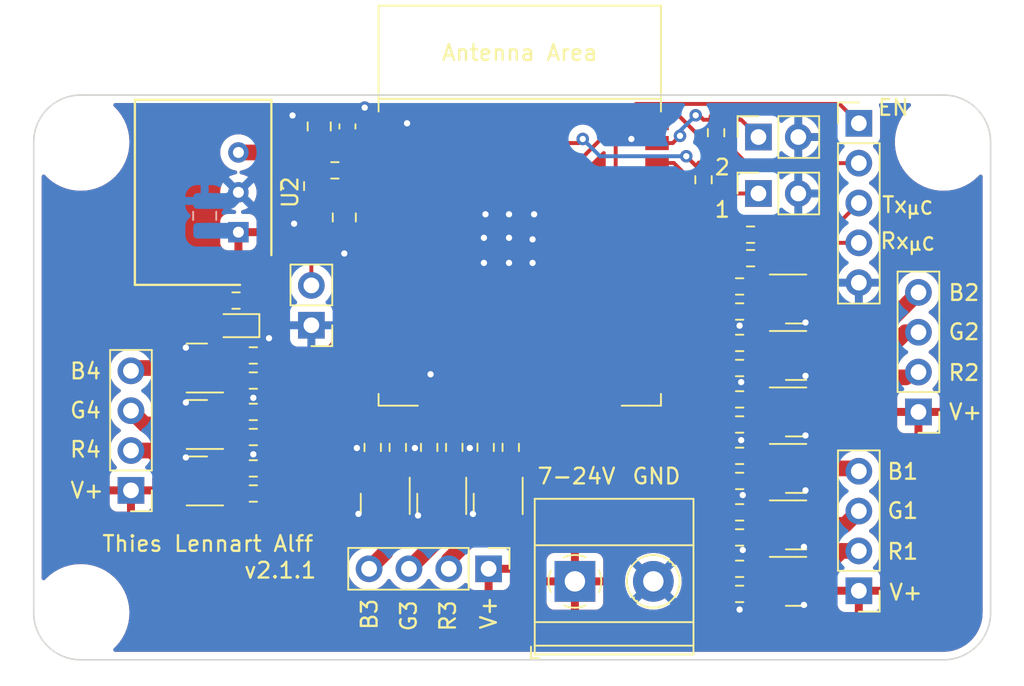
<source format=kicad_pcb>
(kicad_pcb (version 20211014) (generator pcbnew)

  (general
    (thickness 1.6)
  )

  (paper "A4")
  (layers
    (0 "F.Cu" signal)
    (31 "B.Cu" signal)
    (32 "B.Adhes" user "B.Adhesive")
    (33 "F.Adhes" user "F.Adhesive")
    (34 "B.Paste" user)
    (35 "F.Paste" user)
    (36 "B.SilkS" user "B.Silkscreen")
    (37 "F.SilkS" user "F.Silkscreen")
    (38 "B.Mask" user)
    (39 "F.Mask" user)
    (40 "Dwgs.User" user "User.Drawings")
    (41 "Cmts.User" user "User.Comments")
    (42 "Eco1.User" user "User.Eco1")
    (43 "Eco2.User" user "User.Eco2")
    (44 "Edge.Cuts" user)
    (45 "Margin" user)
    (46 "B.CrtYd" user "B.Courtyard")
    (47 "F.CrtYd" user "F.Courtyard")
    (48 "B.Fab" user)
    (49 "F.Fab" user)
    (50 "User.1" user)
    (51 "User.2" user)
    (52 "User.3" user)
    (53 "User.4" user)
    (54 "User.5" user)
    (55 "User.6" user)
    (56 "User.7" user)
    (57 "User.8" user)
    (58 "User.9" user)
  )

  (setup
    (stackup
      (layer "F.SilkS" (type "Top Silk Screen"))
      (layer "F.Paste" (type "Top Solder Paste"))
      (layer "F.Mask" (type "Top Solder Mask") (thickness 0.01))
      (layer "F.Cu" (type "copper") (thickness 0.035))
      (layer "dielectric 1" (type "core") (thickness 1.51) (material "FR4") (epsilon_r 4.5) (loss_tangent 0.02))
      (layer "B.Cu" (type "copper") (thickness 0.035))
      (layer "B.Mask" (type "Bottom Solder Mask") (thickness 0.01))
      (layer "B.Paste" (type "Bottom Solder Paste"))
      (layer "B.SilkS" (type "Bottom Silk Screen"))
      (copper_finish "None")
      (dielectric_constraints no)
    )
    (pad_to_mask_clearance 0)
    (pcbplotparams
      (layerselection 0x00010fc_ffffffff)
      (disableapertmacros false)
      (usegerberextensions false)
      (usegerberattributes true)
      (usegerberadvancedattributes true)
      (creategerberjobfile true)
      (svguseinch false)
      (svgprecision 6)
      (excludeedgelayer true)
      (plotframeref false)
      (viasonmask false)
      (mode 1)
      (useauxorigin false)
      (hpglpennumber 1)
      (hpglpenspeed 20)
      (hpglpendiameter 15.000000)
      (dxfpolygonmode true)
      (dxfimperialunits true)
      (dxfusepcbnewfont true)
      (psnegative false)
      (psa4output false)
      (plotreference true)
      (plotvalue true)
      (plotinvisibletext false)
      (sketchpadsonfab false)
      (subtractmaskfromsilk false)
      (outputformat 1)
      (mirror false)
      (drillshape 1)
      (scaleselection 1)
      (outputdirectory "")
    )
  )

  (net 0 "")
  (net 1 "GND")
  (net 2 "+24V")
  (net 3 "+3V3")
  (net 4 "Net-(D1-Pad2)")
  (net 5 "Net-(J2-Pad3)")
  (net 6 "/BUTTON_1")
  (net 7 "/BUTTON_2")
  (net 8 "/RGB_2/pwm_nfet_1/SWITCHED_GND")
  (net 9 "/RGB_2/pwm_nfet_2/SWITCHED_GND")
  (net 10 "/RGB_2/pwm_nfet_3/SWITCHED_GND")
  (net 11 "/RGB_3/pwm_nfet_1/SWITCHED_GND")
  (net 12 "/RGB_3/pwm_nfet_2/SWITCHED_GND")
  (net 13 "/RGB_3/pwm_nfet_3/SWITCHED_GND")
  (net 14 "/RGB_1/pwm_nfet_1/SWITCHED_GND")
  (net 15 "/RGB_1/pwm_nfet_2/SWITCHED_GND")
  (net 16 "/RGB_1/pwm_nfet_3/SWITCHED_GND")
  (net 17 "/RGB_4/pwm_nfet_1/SWITCHED_GND")
  (net 18 "/RGB_4/pwm_nfet_2/SWITCHED_GND")
  (net 19 "/RGB_4/pwm_nfet_3/SWITCHED_GND")
  (net 20 "/EN")
  (net 21 "/BOOT_MODE")
  (net 22 "Net-(Q3-Pad1)")
  (net 23 "Net-(Q4-Pad1)")
  (net 24 "Net-(Q5-Pad1)")
  (net 25 "Net-(Q6-Pad1)")
  (net 26 "Net-(Q7-Pad1)")
  (net 27 "Net-(Q8-Pad1)")
  (net 28 "Net-(Q9-Pad1)")
  (net 29 "Net-(Q10-Pad1)")
  (net 30 "Net-(Q11-Pad1)")
  (net 31 "Net-(Q12-Pad1)")
  (net 32 "Net-(Q13-Pad1)")
  (net 33 "Net-(Q14-Pad1)")
  (net 34 "/TX_MC")
  (net 35 "/RX_MC")
  (net 36 "/RED_1_SIGNAL")
  (net 37 "/BLUE_1_SIGNAL")
  (net 38 "/RED_2_SIGNAL")
  (net 39 "/BLUE_2_SIGNAL")
  (net 40 "/GREEN_2_SIGNAL")
  (net 41 "/RED_3_SIGNAL")
  (net 42 "/BLUE_3_SIGNAL")
  (net 43 "/GREEN_3_SIGNAL")
  (net 44 "/RED_4_SIGNAL")
  (net 45 "/BLUE_4_SIGNAL")
  (net 46 "/GREEN_1_SIGNAL")
  (net 47 "/GREEN_4_SIGNAL")
  (net 48 "unconnected-(U1-Pad9)")
  (net 49 "unconnected-(U1-Pad8)")
  (net 50 "unconnected-(U1-Pad7)")
  (net 51 "unconnected-(U1-Pad6)")
  (net 52 "unconnected-(U1-Pad5)")
  (net 53 "unconnected-(U1-Pad4)")
  (net 54 "unconnected-(U1-Pad17)")
  (net 55 "unconnected-(U1-Pad18)")
  (net 56 "unconnected-(U1-Pad19)")
  (net 57 "unconnected-(U1-Pad20)")
  (net 58 "unconnected-(U1-Pad21)")
  (net 59 "unconnected-(U1-Pad22)")
  (net 60 "unconnected-(U1-Pad23)")
  (net 61 "unconnected-(U1-Pad24)")
  (net 62 "unconnected-(U1-Pad32)")
  (net 63 "unconnected-(U1-Pad33)")
  (net 64 "Net-(J2-Pad4)")

  (footprint "Resistor_SMD:R_0603_1608Metric" (layer "F.Cu") (at 107.81 100.4625 -90))

  (footprint "Resistor_SMD:R_0603_1608Metric" (layer "F.Cu") (at 123.7 83.4 90))

  (footprint "Connector_PinSocket_2.54mm:PinSocket_1x02_P2.54mm_Vertical" (layer "F.Cu") (at 127.2 84.275 90))

  (footprint "Resistor_SMD:R_0603_1608Metric" (layer "F.Cu") (at 95 101.8))

  (footprint "custom:MountingHole_3.2mm_M3_ISO7380" (layer "F.Cu") (at 139 81))

  (footprint "Resistor_SMD:R_0603_1608Metric" (layer "F.Cu") (at 104.21 100.4625 -90))

  (footprint "LED_SMD:LED_0603_1608Metric" (layer "F.Cu") (at 93.9 92.7 180))

  (footprint "Espressif:ESP32-WROOM-32E" (layer "F.Cu") (at 111.985 86.8))

  (footprint "custom:MountingHole_3.2mm_M3_ISO7380" (layer "F.Cu") (at 84 111))

  (footprint "Connector_PinHeader_2.54mm:PinHeader_1x04_P2.54mm_Vertical" (layer "F.Cu") (at 110 108.2 -90))

  (footprint "Resistor_SMD:R_0603_1608Metric" (layer "F.Cu") (at 126 101))

  (footprint "Resistor_SMD:R_0603_1608Metric" (layer "F.Cu") (at 126 97.4))

  (footprint "Resistor_SMD:R_0603_1608Metric" (layer "F.Cu") (at 93.9 91.1))

  (footprint "Connector_PinHeader_2.54mm:PinHeader_1x02_P2.54mm_Vertical" (layer "F.Cu") (at 98.7 92.675 180))

  (footprint "Connector_PinHeader_2.54mm:PinHeader_1x04_P2.54mm_Vertical" (layer "F.Cu") (at 133.6 109.6 180))

  (footprint "Connector_PinHeader_2.54mm:PinHeader_1x04_P2.54mm_Vertical" (layer "F.Cu") (at 137.4 98.2 180))

  (footprint "TerminalBlock_Phoenix:TerminalBlock_Phoenix_MKDS-1,5-2_1x02_P5.00mm_Horizontal" (layer "F.Cu") (at 115.5 109))

  (footprint "Connector_PinHeader_2.54mm:PinHeader_1x05_P2.54mm_Vertical" (layer "F.Cu") (at 133.6 79.8))

  (footprint "Package_TO_SOT_SMD:SOT-23" (layer "F.Cu") (at 129.6 91))

  (footprint "Package_TO_SOT_SMD:SOT-23" (layer "F.Cu") (at 91.4 102.6 180))

  (footprint "Resistor_SMD:R_0603_1608Metric" (layer "F.Cu") (at 95 94.6))

  (footprint "Resistor_SMD:R_0603_1608Metric" (layer "F.Cu") (at 126 106.2 180))

  (footprint "Resistor_SMD:R_0603_1608Metric" (layer "F.Cu") (at 95 99.8 180))

  (footprint "Package_SIP:SIP3_11.6x8.5mm" (layer "F.Cu") (at 94.05 86.74 90))

  (footprint "Resistor_SMD:R_0603_1608Metric" (layer "F.Cu") (at 126 108.2))

  (footprint "Resistor_SMD:R_0603_1608Metric" (layer "F.Cu") (at 106.21 100.4625 90))

  (footprint "Resistor_SMD:R_0603_1608Metric" (layer "F.Cu") (at 126 104.6))

  (footprint "Resistor_SMD:R_0603_1608Metric" (layer "F.Cu") (at 100.2 82.8))

  (footprint "Package_TO_SOT_SMD:SOT-23" (layer "F.Cu") (at 91.4 99 180))

  (footprint "Package_TO_SOT_SMD:SOT-23" (layer "F.Cu") (at 129.6 101.8))

  (footprint "Package_TO_SOT_SMD:SOT-23" (layer "F.Cu") (at 129.6 109))

  (footprint "Resistor_SMD:R_0603_1608Metric" (layer "F.Cu") (at 102.61 100.4625 90))

  (footprint "custom:MountingHole_3.2mm_M3_ISO7380" (layer "F.Cu") (at 84 81))

  (footprint "Resistor_SMD:R_0603_1608Metric" (layer "F.Cu") (at 124.5 80.4 -90))

  (footprint "Capacitor_SMD:C_0805_2012Metric" (layer "F.Cu") (at 99.2 80 90))

  (footprint "Connector_PinHeader_2.54mm:PinHeader_1x04_P2.54mm_Vertical" (layer "F.Cu") (at 87.2 103.2 180))

  (footprint "Package_TO_SOT_SMD:SOT-23" (layer "F.Cu") (at 107.01 104.0625 -90))

  (footprint "Resistor_SMD:R_0603_1608Metric" (layer "F.Cu") (at 95 98.2))

  (footprint "Resistor_SMD:R_0603_1608Metric" (layer "F.Cu") (at 126 95.4 180))

  (footprint "Capacitor_SMD:C_0805_2012Metric" (layer "F.Cu") (at 100.8 85.8 90))

  (footprint "Resistor_SMD:R_0603_1608Metric" (layer "F.Cu") (at 111.41 100.4625 -90))

  (footprint "Resistor_SMD:R_0603_1608Metric" (layer "F.Cu") (at 126 90.2))

  (footprint "Package_TO_SOT_SMD:SOT-23" (layer "F.Cu") (at 91.4 95.4 180))

  (footprint "Package_TO_SOT_SMD:SOT-23" (layer "F.Cu") (at 110.61 104.0625 -90))

  (footprint "Capacitor_SMD:C_0603_1608Metric" (layer "F.Cu") (at 101 80 90))

  (footprint "Package_TO_SOT_SMD:SOT-23" (layer "F.Cu") (at 103.41 104.0625 -90))

  (footprint "Resistor_SMD:R_0603_1608Metric" (layer "F.Cu") (at 126.7 88.4))

  (footprint "Resistor_SMD:R_0603_1608Metric" (layer "F.Cu") (at 126 102.6 180))

  (footprint "Resistor_SMD:R_0603_1608Metric" (layer "F.Cu") (at 126 109.8 180))

  (footprint "Capacitor_SMD:C_0805_2012Metric" (layer "F.Cu") (at 97.5 83.8 -90))

  (footprint "Resistor_SMD:R_0603_1608Metric" (layer "F.Cu") (at 109.81 100.4625 90))

  (footprint "Connector_PinSocket_2.54mm:PinSocket_1x02_P2.54mm_Vertical" (layer "F.Cu") (at 127.2 80.675 90))

  (footprint "Resistor_SMD:R_0603_1608Metric" (layer "F.Cu") (at 126 91.8 180))

  (footprint "Resistor_SMD:R_0603_1608Metric" (layer "F.Cu") (at 126.7 86.9))

  (footprint "Package_TO_SOT_SMD:SOT-23" (layer "F.Cu") (at 129.6 94.6))

  (footprint "Package_TO_SOT_SMD:SOT-23" (layer "F.Cu") (at 129.6 98.2))

  (footprint "Resistor_SMD:R_0603_1608Metric" (layer "F.Cu")
    (tedit 5F68FEEE) (tstamp f6da4fcf-d99b-4c88-9339-ce2d4dc8286f)
    (at 126 93.8)
    (descr "Resistor SMD 0603 (1608 Metric), square (rectangular) end terminal, IPC_7351 nominal, (Body size source: IPC-SM-782 page 72, https://www.pcb-3d.com/wordpress/wp-content/uploads/ipc-sm-782a_amendment_1_and_2.pdf), generated with kicad-footprint-generator")
    (tags "resistor")
    (property "Sheetfile" "pwm_nfet.kicad_sch")
    (property "Sheetname" "pwm_nfet_2")
    (path "/968ce452-7503-43d4-bebd-80421bdb06f1/24fa19dd-d1ba-472c-9590-e1005d120012/e5732497-fe0a-435b-8376-728525c003f0")
    (attr smd)
    (fp_text reference "R16" (at 0 -1.43) (layer "F.SilkS") hide
      (effects (font (size 1 1) (thickness 0.15)))
      (tstamp b2745f9a-b5f9-41a2-93e8-6e8359e52d31)
    )
    (fp_text value "100R" (at 0 1.43) (layer "F.Fab")
      (effects (font (size 1 1) (thickness 0.15)))
      (tstamp 8258708d-b800-4616-b007-dbdd855e3da6)
    )
    (fp_text user "${REFERENCE}" (at 0 0) (layer "F.Fab")
      (effects (font (size 0.4 0.4) (thickness 0.06)))
      (tstamp 24cb171f-db9d-41db-9c48-c440d31f972b)
    )
    (fp_line (start -0.237258 -0.5225) (end 0.237258 -0.5225) (layer "F.SilkS") (width 0.12) (tstamp 239d3f66-14d3-4d07-be39-8512e423a62c))
    (fp_line (start -0.237258 0.5225) (end 0.237258 0.5225) (layer "F.SilkS") (width 0.12) (tstamp 7d9ed33b-8bfa-4041-98a7-9774e07b4a2e))
    (fp_line (start 1.48 0.73) (end -1.48 0.73) (layer "F.CrtYd") (width 0.05) (tstamp 04d91e84-d88c-4501-9110-7bfa2f490ddc))
    (fp_line (start -1.48 -0.73) (end 1.48 -0.73) (layer "F.CrtYd") (width 0.05) (tstamp 3deac473-117d-43b3-a6a1-a6a841ac2752))
    (fp_line (start -1.48 0.73) (end -1.48 -0.73) (layer "F.CrtYd") (width 0.05) (tstamp a475581f-7d9a-45b2-85c4-966c7cebcf6a))
    (fp_line (start 1.48 -0.73) (end 1.48 0.73) (layer "F.CrtYd") (width 0.05) (tstamp ba042d73-e613-4805-8ac2-19ecea1d7ff8))
    (fp_line (start 0.8 -0.4125) (end 0.8 0.4125) (layer "F.Fab") (width 0.1) (tstamp 056deac2-6076-46e1-b0a0-f29ebe77d68a))
    (fp_line (start 0.8 0.4125) (end -0.8 0.4125) (layer "F.Fab") (width 0.1) (tstamp 16002be0-f5bf-4b3a-b923-b59f440cede3))
    (fp_line (start -0.8 -0.4125) (end 0.8 -0.4125) (layer "F.Fab") (width 0.1) (tstamp 710040b5-c41b-4276-9ef7-40636914e037))
    (fp_line (start -0.8 0.4125) (end -0.8 -0.4125) (layer "F.Fab") (width 0.1) (tstamp ebc0117d-e624-410f-8a6a-984f47798f56))
    (pad "1" smd roun
... [275481 chars truncated]
</source>
